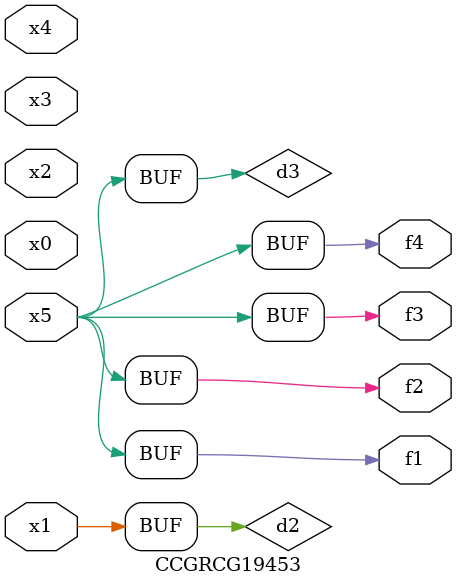
<source format=v>
module CCGRCG19453(
	input x0, x1, x2, x3, x4, x5,
	output f1, f2, f3, f4
);

	wire d1, d2, d3;

	not (d1, x5);
	or (d2, x1);
	xnor (d3, d1);
	assign f1 = d3;
	assign f2 = d3;
	assign f3 = d3;
	assign f4 = d3;
endmodule

</source>
